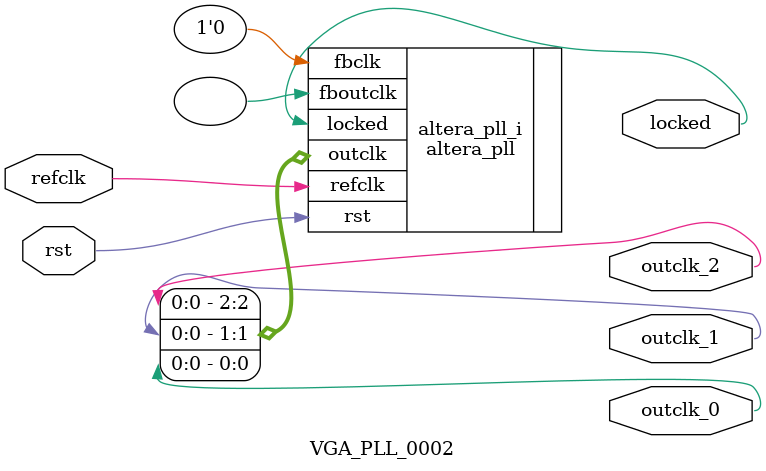
<source format=v>
`timescale 1ns/10ps
module  VGA_PLL_0002(

	// interface 'refclk'
	input wire refclk,

	// interface 'reset'
	input wire rst,

	// interface 'outclk0'
	output wire outclk_0,

	// interface 'outclk1'
	output wire outclk_1,

	// interface 'outclk2'
	output wire outclk_2,

	// interface 'locked'
	output wire locked
);

	altera_pll #(
		.fractional_vco_multiplier("true"),
		.reference_clock_frequency("50.0 MHz"),
		.operation_mode("direct"),
		.number_of_clocks(3),
		.output_clock_frequency0("25.175000 MHz"),
		.phase_shift0("0 ps"),
		.duty_cycle0(50),
		.output_clock_frequency1("25.175000 MHz"),
		.phase_shift1("0 ps"),//75.525000
		.duty_cycle1(50),
		.output_clock_frequency2("100.700000 MHz"),
		.phase_shift2("0 ps"),
		.duty_cycle2(50),
		.output_clock_frequency3("0 MHz"),
		.phase_shift3("0 ps"),
		.duty_cycle3(50),
		.output_clock_frequency4("0 MHz"),
		.phase_shift4("0 ps"),
		.duty_cycle4(50),
		.output_clock_frequency5("0 MHz"),
		.phase_shift5("0 ps"),
		.duty_cycle5(50),
		.output_clock_frequency6("0 MHz"),
		.phase_shift6("0 ps"),
		.duty_cycle6(50),
		.output_clock_frequency7("0 MHz"),
		.phase_shift7("0 ps"),
		.duty_cycle7(50),
		.output_clock_frequency8("0 MHz"),
		.phase_shift8("0 ps"),
		.duty_cycle8(50),
		.output_clock_frequency9("0 MHz"),
		.phase_shift9("0 ps"),
		.duty_cycle9(50),
		.output_clock_frequency10("0 MHz"),
		.phase_shift10("0 ps"),
		.duty_cycle10(50),
		.output_clock_frequency11("0 MHz"),
		.phase_shift11("0 ps"),
		.duty_cycle11(50),
		.output_clock_frequency12("0 MHz"),
		.phase_shift12("0 ps"),
		.duty_cycle12(50),
		.output_clock_frequency13("0 MHz"),
		.phase_shift13("0 ps"),
		.duty_cycle13(50),
		.output_clock_frequency14("0 MHz"),
		.phase_shift14("0 ps"),
		.duty_cycle14(50),
		.output_clock_frequency15("0 MHz"),
		.phase_shift15("0 ps"),
		.duty_cycle15(50),
		.output_clock_frequency16("0 MHz"),
		.phase_shift16("0 ps"),
		.duty_cycle16(50),
		.output_clock_frequency17("0 MHz"),
		.phase_shift17("0 ps"),
		.duty_cycle17(50),
		.pll_type("General"),
		.pll_subtype("General")
	) altera_pll_i (
		.rst	(rst),
		.outclk	({outclk_2, outclk_1, outclk_0}),
		.locked	(locked),
		.fboutclk	( ),
		.fbclk	(1'b0),
		.refclk	(refclk)
	);
endmodule


</source>
